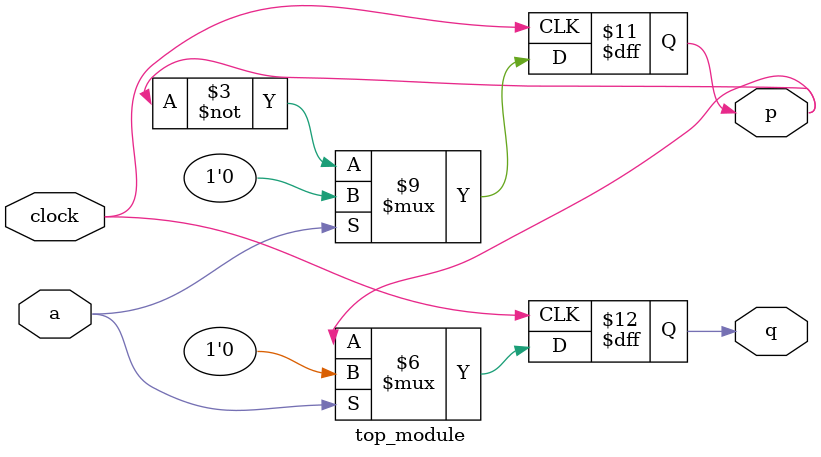
<source format=sv>
module top_module (
  input wire clock,
  input wire a,
  output reg p,
  output reg q
);

// Initialize the outputs
initial begin
  p = 1'b0;
  q = 1'b0;
end

// Sequential logic
always @(posedge clock) begin
  if (a == 1'b1) begin
    p <= 1'b0;
    q <= 1'b0;
  end else begin
    p <= ~p;
    q <= p;
  end
end

endmodule

</source>
